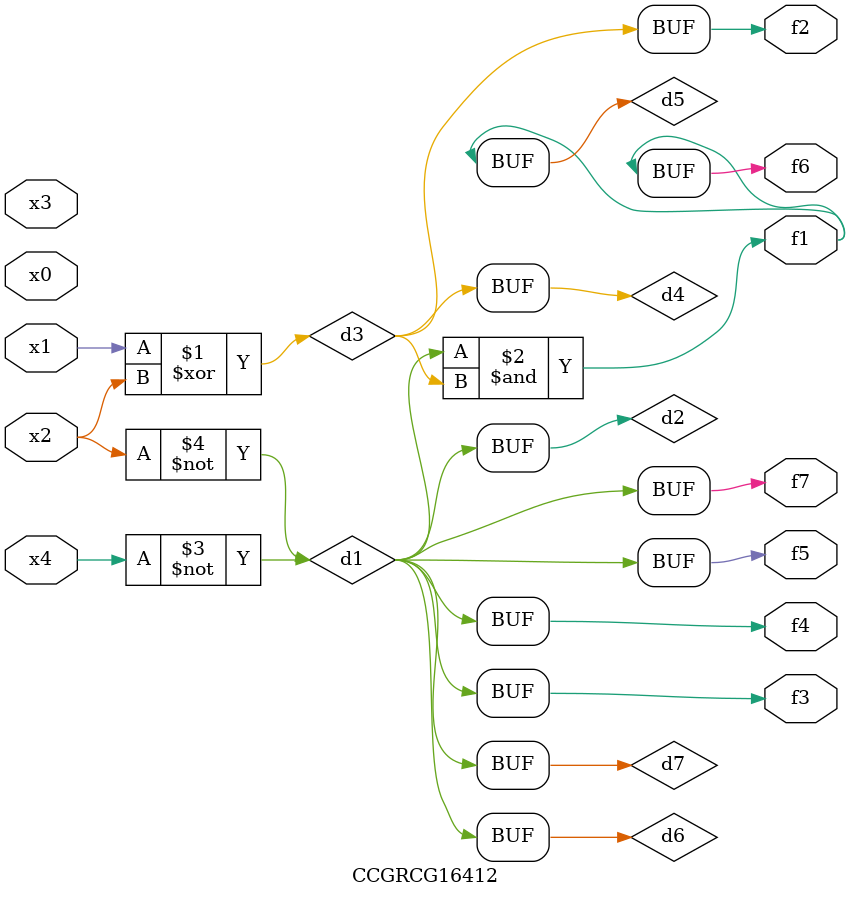
<source format=v>
module CCGRCG16412(
	input x0, x1, x2, x3, x4,
	output f1, f2, f3, f4, f5, f6, f7
);

	wire d1, d2, d3, d4, d5, d6, d7;

	not (d1, x4);
	not (d2, x2);
	xor (d3, x1, x2);
	buf (d4, d3);
	and (d5, d1, d3);
	buf (d6, d1, d2);
	buf (d7, d2);
	assign f1 = d5;
	assign f2 = d4;
	assign f3 = d7;
	assign f4 = d7;
	assign f5 = d7;
	assign f6 = d5;
	assign f7 = d7;
endmodule

</source>
